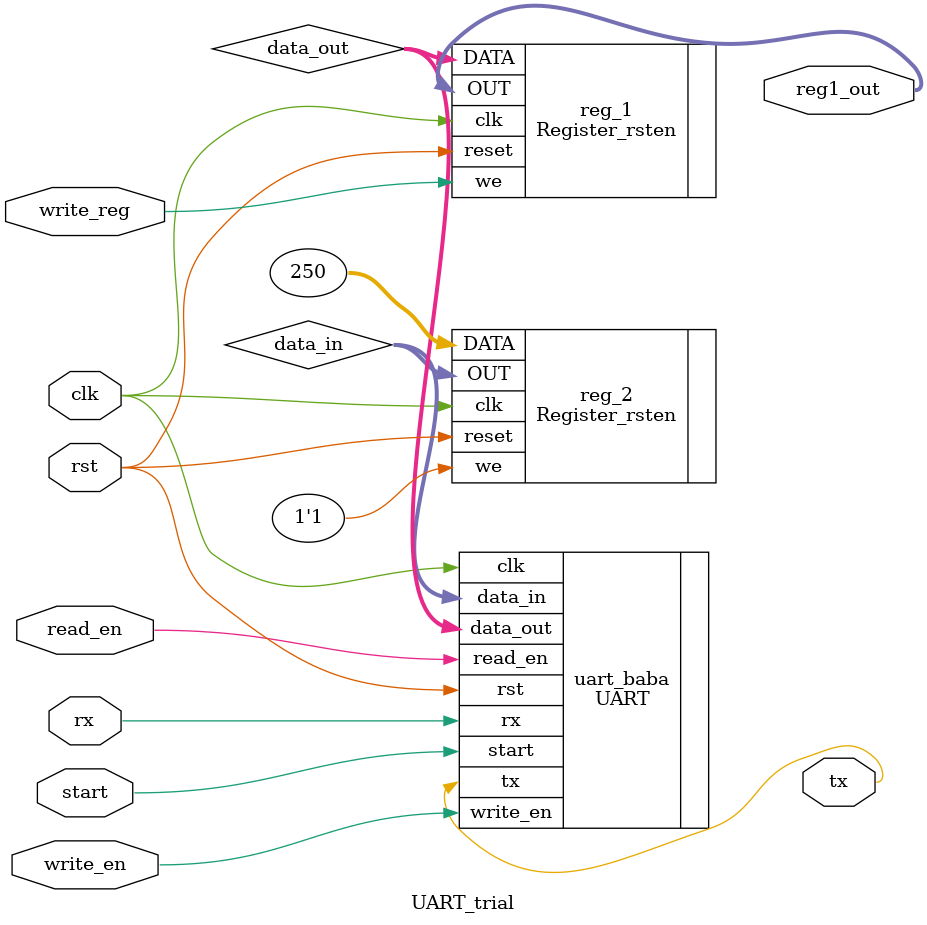
<source format=v>
module UART_trial(
    input wire clk,
    input wire rst,
    input wire rx,
    output wire tx,
    input wire write_en,
    input wire read_en,
    input wire start,
    input wire write_reg,
    output wire [31:0] reg1_out
);

wire [31:0] data_out,data_in; 
Register_rsten#(
    .WIDTH(32)
) reg_1(
    .clk(clk),
    .reset(rst),
    .we(write_reg),
    .DATA(data_out),  // Example data
    .OUT(reg1_out)
);

UART uart_baba(
    .clk(clk),
    .rst(rst),
    .rx(rx),
    .data_in(data_in),
    .tx(tx),
    .data_out(data_out),
    .write_en(write_en),
    .read_en(read_en),
    .start(start)
);

Register_rsten#(
    .WIDTH(32)
) reg_2(
    .clk(clk),
    .reset(rst),
    .we(1'b1),
    .DATA(32'h000000FA),  // Example data
    .OUT(data_in)
);
endmodule
</source>
